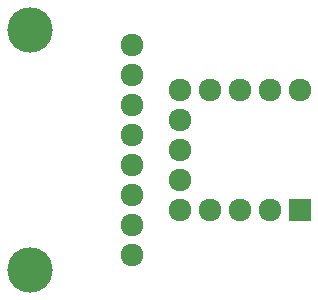
<source format=gbr>
G04 #@! TF.GenerationSoftware,KiCad,Pcbnew,(5.0.0)*
G04 #@! TF.CreationDate,2018-12-16T16:19:50-06:00*
G04 #@! TF.ProjectId,IMUBreakout_Hardware,494D55427265616B6F75745F48617264,rev?*
G04 #@! TF.SameCoordinates,Original*
G04 #@! TF.FileFunction,Soldermask,Bot*
G04 #@! TF.FilePolarity,Negative*
%FSLAX46Y46*%
G04 Gerber Fmt 4.6, Leading zero omitted, Abs format (unit mm)*
G04 Created by KiCad (PCBNEW (5.0.0)) date 12/16/18 16:19:50*
%MOMM*%
%LPD*%
G01*
G04 APERTURE LIST*
%ADD10C,1.924000*%
%ADD11C,3.850000*%
%ADD12R,1.924000X1.924000*%
G04 APERTURE END LIST*
D10*
G04 #@! TO.C,Conn1*
X147886958Y-107950000D03*
X147886958Y-105410000D03*
X147886958Y-102870000D03*
X147886958Y-100330000D03*
X147886958Y-97790000D03*
D11*
X139250958Y-109220000D03*
X139250958Y-88900000D03*
D10*
X147886958Y-95250000D03*
X147886958Y-92710000D03*
X147886958Y-90170000D03*
G04 #@! TD*
G04 #@! TO.C,U1*
X151892000Y-93980000D03*
X151892000Y-96520000D03*
X151892000Y-99060000D03*
X151892000Y-101600000D03*
X151892000Y-104140000D03*
X154432000Y-104140000D03*
X156972000Y-104140000D03*
X159512000Y-104140000D03*
D12*
X162052000Y-104140000D03*
D10*
X154432000Y-93980000D03*
X156972000Y-93980000D03*
X159512000Y-93980000D03*
X162052000Y-93980000D03*
G04 #@! TD*
M02*

</source>
